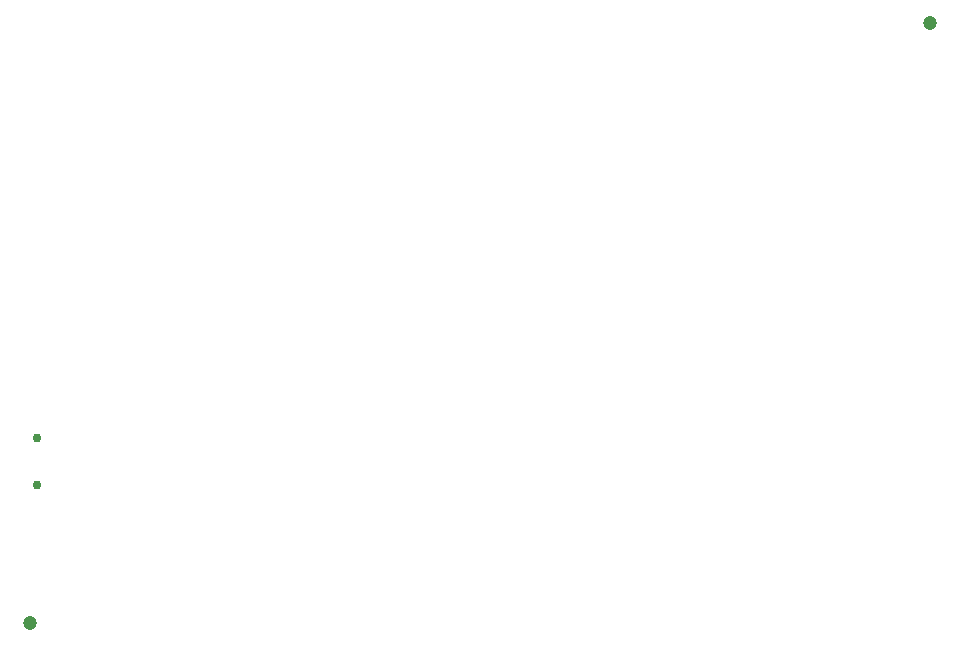
<source format=gbr>
G04 EAGLE Gerber RS-274X export*
G75*
%MOMM*%
%FSLAX34Y34*%
%LPD*%
%INSoldermask Bottom*%
%IPPOS*%
%AMOC8*
5,1,8,0,0,1.08239X$1,22.5*%
G01*
%ADD10C,1.203200*%
%ADD11C,0.753200*%


D10*
X797000Y543000D03*
X35000Y35000D03*
D11*
X40550Y191450D03*
X40550Y151450D03*
M02*

</source>
